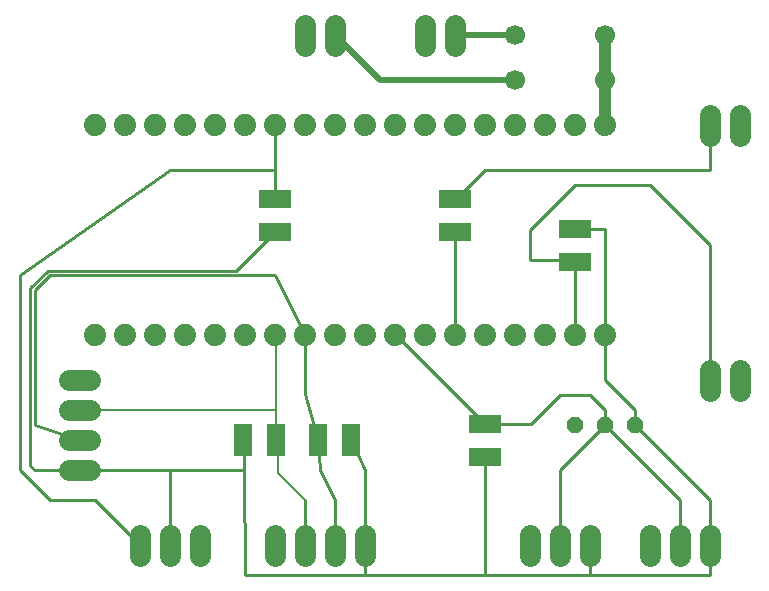
<source format=gbr>
G04 EAGLE Gerber RS-274X export*
G75*
%MOMM*%
%FSLAX34Y34*%
%LPD*%
%INTop Copper*%
%IPPOS*%
%AMOC8*
5,1,8,0,0,1.08239X$1,22.5*%
G01*
%ADD10C,1.800000*%
%ADD11C,1.700000*%
%ADD12P,1.429621X8X22.500000*%
%ADD13R,2.700000X1.600000*%
%ADD14R,1.600000X2.700000*%
%ADD15C,1.879600*%
%ADD16C,1.016000*%
%ADD17C,0.508000*%
%ADD18C,0.254000*%
%ADD19C,0.152400*%


D10*
X292100Y478900D02*
X292100Y460900D01*
X266700Y460900D02*
X266700Y478900D01*
X393700Y478900D02*
X393700Y460900D01*
X368300Y460900D02*
X368300Y478900D01*
X85200Y101600D02*
X67200Y101600D01*
X67200Y127000D02*
X85200Y127000D01*
X85200Y152400D02*
X67200Y152400D01*
X67200Y177800D02*
X85200Y177800D01*
D11*
X520700Y431800D03*
X444500Y431800D03*
X520700Y469900D03*
X444500Y469900D03*
D10*
X317500Y47100D02*
X317500Y29100D01*
X292100Y29100D02*
X292100Y47100D01*
X266700Y47100D02*
X266700Y29100D01*
X241300Y29100D02*
X241300Y47100D01*
D12*
X546100Y139700D03*
X495300Y139700D03*
X520700Y139700D03*
D13*
X419100Y141000D03*
X419100Y113000D03*
X241300Y303500D03*
X241300Y331500D03*
D14*
X242600Y127000D03*
X214600Y127000D03*
X278100Y127000D03*
X306100Y127000D03*
D13*
X495300Y278100D03*
X495300Y306100D03*
D10*
X609600Y186800D02*
X609600Y168800D01*
X635000Y168800D02*
X635000Y186800D01*
X127000Y47100D02*
X127000Y29100D01*
X152400Y29100D02*
X152400Y47100D01*
X177800Y47100D02*
X177800Y29100D01*
X457200Y29100D02*
X457200Y47100D01*
X482600Y47100D02*
X482600Y29100D01*
X508000Y29100D02*
X508000Y47100D01*
X558800Y47100D02*
X558800Y29100D01*
X584200Y29100D02*
X584200Y47100D01*
X609600Y47100D02*
X609600Y29100D01*
D15*
X520700Y393700D03*
X495300Y393700D03*
X469900Y393700D03*
X444500Y393700D03*
X419100Y393700D03*
X393700Y393700D03*
X368300Y393700D03*
X342900Y393700D03*
X317500Y393700D03*
X292100Y393700D03*
X266700Y393700D03*
X241300Y393700D03*
X241300Y215900D03*
X266700Y215900D03*
X292100Y215900D03*
X317500Y215900D03*
X342900Y215900D03*
X368300Y215900D03*
X393700Y215900D03*
X419100Y215900D03*
X444500Y215900D03*
X469900Y215900D03*
X495300Y215900D03*
X520700Y215900D03*
X215900Y393700D03*
X190500Y393700D03*
X165100Y393700D03*
X139700Y393700D03*
X114300Y393700D03*
X88900Y393700D03*
X88900Y215900D03*
X114300Y215900D03*
X139700Y215900D03*
X165100Y215900D03*
X190500Y215900D03*
X215900Y215900D03*
D10*
X609600Y384700D02*
X609600Y402700D01*
X635000Y402700D02*
X635000Y384700D01*
D13*
X393700Y303500D03*
X393700Y331500D03*
D16*
X520700Y393700D02*
X520700Y431800D01*
X520700Y469900D01*
D17*
X444500Y469900D02*
X393700Y469900D01*
D18*
X520700Y306100D02*
X520700Y215900D01*
X520700Y177800D01*
X546100Y152400D01*
X546100Y139700D01*
X609600Y76200D01*
X609600Y12700D02*
X508000Y12700D01*
X508000Y38100D01*
X508000Y12700D02*
X419100Y12700D01*
X317500Y12700D01*
X215900Y12700D01*
X419100Y12700D02*
X419100Y113000D01*
X214889Y101589D02*
X214600Y127000D01*
X214889Y101589D02*
X215900Y12700D01*
X317500Y12700D02*
X317500Y38100D01*
X317500Y101600D01*
X306100Y127000D01*
X152400Y101594D02*
X76200Y101600D01*
X152400Y101594D02*
X214889Y101589D01*
X152400Y101594D02*
X152400Y38100D01*
X34036Y255683D02*
X49117Y270764D01*
X208564Y270764D01*
X241300Y303500D01*
X76200Y101600D02*
X38100Y101600D01*
X34036Y105664D01*
X34036Y138741D01*
X33712Y139388D01*
X34036Y140360D01*
X34036Y255683D01*
X495300Y306100D02*
X520700Y306100D01*
X609600Y76200D02*
X609600Y38100D01*
X609600Y12700D01*
X241300Y331500D02*
X241300Y393700D01*
X88900Y76200D02*
X50800Y76200D01*
X25400Y101600D01*
X25400Y266700D01*
X152400Y355600D01*
X241300Y355600D01*
X241300Y331500D01*
X88900Y76200D02*
X127000Y38100D01*
X278100Y127000D02*
X266700Y166400D01*
X266700Y215900D01*
X292100Y76200D02*
X292100Y38100D01*
X292100Y76200D02*
X279400Y101600D01*
X278100Y127000D01*
X241300Y266700D02*
X50800Y266700D01*
X241300Y266700D02*
X266700Y215900D01*
X76200Y127000D02*
X38100Y139700D01*
X38100Y254000D01*
X50800Y266700D01*
X266700Y76200D02*
X266700Y38100D01*
D19*
X243840Y99060D02*
X243840Y126492D01*
X243840Y99060D02*
X266700Y76200D01*
X243840Y126492D02*
X242600Y127000D01*
X242316Y152400D02*
X242316Y214884D01*
X242316Y152400D02*
X242316Y140208D01*
X242600Y127000D01*
X242316Y214884D02*
X241300Y215900D01*
X242316Y152400D02*
X76200Y152400D01*
D18*
X344200Y215900D02*
X419100Y141000D01*
X344200Y215900D02*
X342900Y215900D01*
X419100Y141000D02*
X458500Y141000D01*
X482600Y165100D01*
X508000Y165100D01*
X520700Y152400D01*
X520700Y139700D01*
X482600Y101600D01*
X482600Y38100D01*
X584200Y38100D02*
X584200Y76200D01*
X520700Y139700D01*
X495300Y215900D02*
X495300Y278100D01*
X609600Y292100D02*
X609600Y177800D01*
X609600Y292100D02*
X558800Y342900D01*
X495300Y342900D01*
X494000Y279400D02*
X495300Y278100D01*
X494000Y279400D02*
X457200Y279400D01*
X457200Y304800D01*
X495300Y342900D01*
X393700Y303500D02*
X393700Y215900D01*
D17*
X444500Y431800D02*
X330200Y431800D01*
X292100Y469900D01*
D18*
X393700Y331500D02*
X395000Y331500D01*
X609600Y355600D02*
X609600Y393700D01*
X609600Y355600D02*
X419100Y355600D01*
X395000Y331500D01*
M02*

</source>
